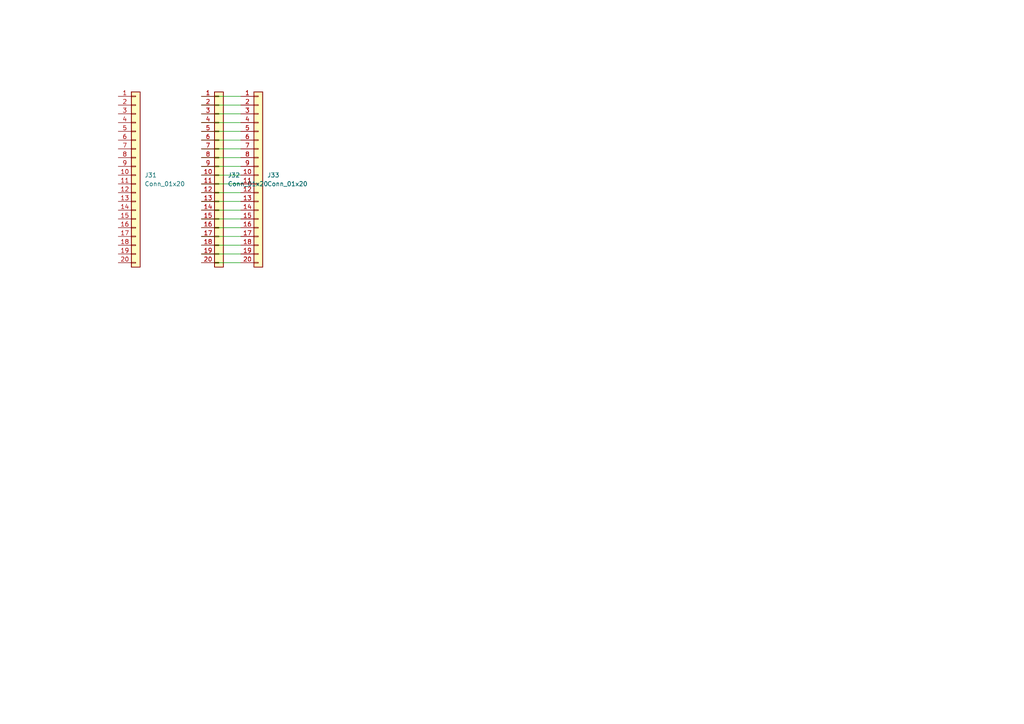
<source format=kicad_sch>
(kicad_sch (version 20250114) (generator "eeschema") (generator_version "9.0")
  (paper "A4")
  (lib_symbols
    (symbol "Connector_Generic:Conn_01x20" (pin_names (offset 1.016) (hide yes))
      (property "Reference" "J" (at 0 25.4 0))
      (property "Value" "Conn_01x20" (at 0 -27.94 0))
      (symbol "Conn_01x20_1_1"
        (rectangle (start -1.27 24.13) (end 1.27 -26.67) (stroke (width 0.254)) (fill (type background)))
        (rectangle (start -1.27 22.987) (end 0 22.733) (stroke (width 0.1524)))
        (rectangle (start -1.27 20.447) (end 0 20.193) (stroke (width 0.1524)))
        (rectangle (start -1.27 17.907) (end 0 17.653) (stroke (width 0.1524)))
        (rectangle (start -1.27 15.367) (end 0 15.113) (stroke (width 0.1524)))
        (rectangle (start -1.27 12.827) (end 0 12.573) (stroke (width 0.1524)))
        (rectangle (start -1.27 10.287) (end 0 10.033) (stroke (width 0.1524)))
        (rectangle (start -1.27 7.747) (end 0 7.493) (stroke (width 0.1524)))
        (rectangle (start -1.27 5.207) (end 0 4.953) (stroke (width 0.1524)))
        (rectangle (start -1.27 2.667) (end 0 2.413) (stroke (width 0.1524)))
        (rectangle (start -1.27 0.127) (end 0 -0.127) (stroke (width 0.1524)))
        (rectangle (start -1.27 -2.413) (end 0 -2.667) (stroke (width 0.1524)))
        (rectangle (start -1.27 -4.953) (end 0 -5.207) (stroke (width 0.1524)))
        (rectangle (start -1.27 -7.493) (end 0 -7.747) (stroke (width 0.1524)))
        (rectangle (start -1.27 -10.033) (end 0 -10.287) (stroke (width 0.1524)))
        (rectangle (start -1.27 -12.573) (end 0 -12.827) (stroke (width 0.1524)))
        (rectangle (start -1.27 -15.113) (end 0 -15.367) (stroke (width 0.1524)))
        (rectangle (start -1.27 -17.653) (end 0 -17.907) (stroke (width 0.1524)))
        (rectangle (start -1.27 -20.193) (end 0 -20.447) (stroke (width 0.1524)))
        (rectangle (start -1.27 -22.733) (end 0 -22.987) (stroke (width 0.1524)))
        (rectangle (start -1.27 -25.273) (end 0 -25.527) (stroke (width 0.1524)))
        (pin passive line (at -5.08 22.86 0) (length 3.81) (name "Pin_1") (number "1"))
        (pin passive line (at -5.08 20.32 0) (length 3.81) (name "Pin_2") (number "2"))
        (pin passive line (at -5.08 17.78 0) (length 3.81) (name "Pin_3") (number "3"))
        (pin passive line (at -5.08 15.24 0) (length 3.81) (name "Pin_4") (number "4"))
        (pin passive line (at -5.08 12.7 0) (length 3.81) (name "Pin_5") (number "5"))
        (pin passive line (at -5.08 10.16 0) (length 3.81) (name "Pin_6") (number "6"))
        (pin passive line (at -5.08 7.62 0) (length 3.81) (name "Pin_7") (number "7"))
        (pin passive line (at -5.08 5.08 0) (length 3.81) (name "Pin_8") (number "8"))
        (pin passive line (at -5.08 2.54 0) (length 3.81) (name "Pin_9") (number "9"))
        (pin passive line (at -5.08 0 0) (length 3.81) (name "Pin_10") (number "10"))
        (pin passive line (at -5.08 -2.54 0) (length 3.81) (name "Pin_11") (number "11"))
        (pin passive line (at -5.08 -5.08 0) (length 3.81) (name "Pin_12") (number "12"))
        (pin passive line (at -5.08 -7.62 0) (length 3.81) (name "Pin_13") (number "13"))
        (pin passive line (at -5.08 -10.16 0) (length 3.81) (name "Pin_14") (number "14"))
        (pin passive line (at -5.08 -12.7 0) (length 3.81) (name "Pin_15") (number "15"))
        (pin passive line (at -5.08 -15.24 0) (length 3.81) (name "Pin_16") (number "16"))
        (pin passive line (at -5.08 -17.78 0) (length 3.81) (name "Pin_17") (number "17"))
        (pin passive line (at -5.08 -20.32 0) (length 3.81) (name "Pin_18") (number "18"))
        (pin passive line (at -5.08 -22.86 0) (length 3.81) (name "Pin_19") (number "19"))
        (pin passive line (at -5.08 -25.4 0) (length 3.81) (name "Pin_20") (number "20"))
      )
    )
  )
  (wire (pts (xy 69.85 33.02) (xy 58.42 33.02)))
  (wire (pts (xy 69.85 68.58) (xy 58.42 68.58)))
  (wire (pts (xy 69.85 58.42) (xy 58.42 58.42)))
  (wire (pts (xy 69.85 40.64) (xy 58.42 40.64)))
  (wire (pts (xy 69.85 71.12) (xy 58.42 71.12)))
  (wire (pts (xy 69.85 73.66) (xy 58.42 73.66)))
  (wire (pts (xy 69.85 43.18) (xy 58.42 43.18)))
  (wire (pts (xy 69.85 50.8) (xy 58.42 50.8)))
  (wire (pts (xy 69.85 30.48) (xy 58.42 30.48)))
  (wire (pts (xy 69.85 53.34) (xy 58.42 53.34)))
  (wire (pts (xy 69.85 60.96) (xy 58.42 60.96)))
  (wire (pts (xy 69.85 63.5) (xy 58.42 63.5)))
  (wire (pts (xy 69.85 76.2) (xy 58.42 76.2)))
  (wire (pts (xy 69.85 38.1) (xy 58.42 38.1)))
  (wire (pts (xy 69.85 66.04) (xy 58.42 66.04)))
  (wire (pts (xy 69.85 45.72) (xy 58.42 45.72)))
  (wire (pts (xy 69.85 35.56) (xy 58.42 35.56)))
  (wire (pts (xy 69.85 27.94) (xy 58.42 27.94)))
  (wire (pts (xy 69.85 55.88) (xy 58.42 55.88)))
  (wire (pts (xy 69.85 48.26) (xy 58.42 48.26)))
  (symbol (lib_id "Connector_Generic:Conn_01x20") (at 63.5 50.8 0) (unit 1)
    (property "Reference" "J32" (at 66.04 50.7999 0) (effects (justify left)))
    (property "Value" "Conn_01x20" (at 66.04 53.3399 0) (effects (justify left)))
    (property "Footprint" "Connector_PinSocket_2.54mm:PinSocket_1x20_P2.54mm_Vertical" (effects (hide yes)))
    (property "Description" "Generic connector, single row, 01x20, script generated (kicad-library-utils/schlib/autogen/connector/)" (effects (hide yes)))
  )
  (symbol (lib_id "Connector_Generic:Conn_01x20") (at 39.37 50.8 0) (unit 1)
    (property "Reference" "J31" (at 41.91 50.7999 0) (effects (justify left)))
    (property "Value" "Conn_01x20" (at 41.91 53.3399 0) (effects (justify left)))
    (property "Footprint" "Connector_PinSocket_2.54mm:PinSocket_1x20_P2.54mm_Vertical" (effects (hide yes)))
    (property "Description" "Generic connector, single row, 01x20, script generated (kicad-library-utils/schlib/autogen/connector/)" (effects (hide yes)))
  )
  (symbol (lib_id "Connector_Generic:Conn_01x20") (at 74.93 50.8 0) (unit 1)
    (property "Reference" "J33" (at 77.47 50.7999 0) (effects (justify left)))
    (property "Value" "Conn_01x20" (at 77.47 53.3399 0) (effects (justify left)))
    (property "Footprint" "Connector_PinSocket_2.54mm:PinSocket_1x20_P2.54mm_Vertical" (effects (hide yes)))
    (property "Description" "Generic connector, single row, 01x20, script generated (kicad-library-utils/schlib/autogen/connector/)" (effects (hide yes)))
  )
)
</source>
